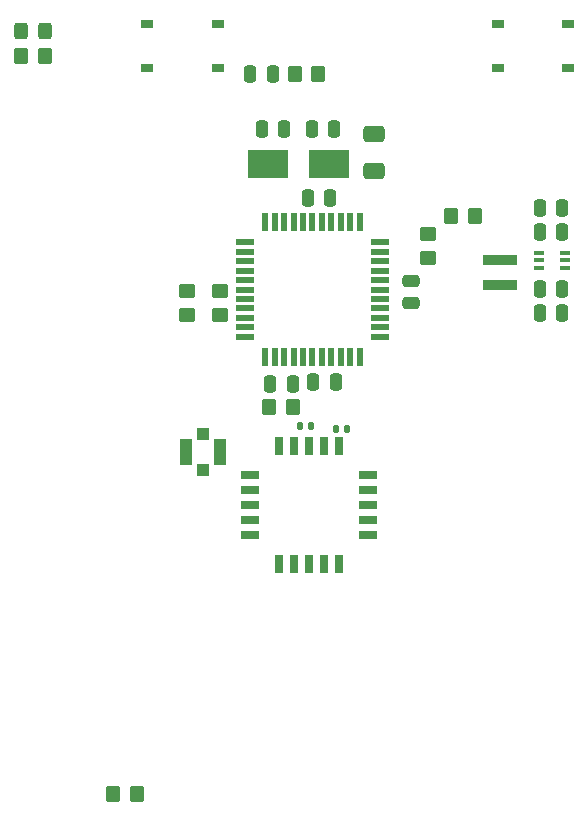
<source format=gbr>
%TF.GenerationSoftware,KiCad,Pcbnew,6.0.11-2627ca5db0~126~ubuntu22.04.1*%
%TF.CreationDate,2024-01-08T15:19:57+01:00*%
%TF.ProjectId,HB-UNI-SEN-BATT_ATMega1284P_E07-900MM10S_FUEL4EP,48422d55-4e49-42d5-9345-4e2d42415454,1.4*%
%TF.SameCoordinates,Original*%
%TF.FileFunction,Paste,Top*%
%TF.FilePolarity,Positive*%
%FSLAX46Y46*%
G04 Gerber Fmt 4.6, Leading zero omitted, Abs format (unit mm)*
G04 Created by KiCad (PCBNEW 6.0.11-2627ca5db0~126~ubuntu22.04.1) date 2024-01-08 15:19:57*
%MOMM*%
%LPD*%
G01*
G04 APERTURE LIST*
G04 Aperture macros list*
%AMRoundRect*
0 Rectangle with rounded corners*
0 $1 Rounding radius*
0 $2 $3 $4 $5 $6 $7 $8 $9 X,Y pos of 4 corners*
0 Add a 4 corners polygon primitive as box body*
4,1,4,$2,$3,$4,$5,$6,$7,$8,$9,$2,$3,0*
0 Add four circle primitives for the rounded corners*
1,1,$1+$1,$2,$3*
1,1,$1+$1,$4,$5*
1,1,$1+$1,$6,$7*
1,1,$1+$1,$8,$9*
0 Add four rect primitives between the rounded corners*
20,1,$1+$1,$2,$3,$4,$5,0*
20,1,$1+$1,$4,$5,$6,$7,0*
20,1,$1+$1,$6,$7,$8,$9,0*
20,1,$1+$1,$8,$9,$2,$3,0*%
G04 Aperture macros list end*
%ADD10RoundRect,0.250000X-0.325000X-0.450000X0.325000X-0.450000X0.325000X0.450000X-0.325000X0.450000X0*%
%ADD11RoundRect,0.140000X-0.140000X-0.170000X0.140000X-0.170000X0.140000X0.170000X-0.140000X0.170000X0*%
%ADD12RoundRect,0.250000X-0.450000X0.350000X-0.450000X-0.350000X0.450000X-0.350000X0.450000X0.350000X0*%
%ADD13RoundRect,0.250000X-0.350000X-0.450000X0.350000X-0.450000X0.350000X0.450000X-0.350000X0.450000X0*%
%ADD14RoundRect,0.250000X0.350000X0.450000X-0.350000X0.450000X-0.350000X-0.450000X0.350000X-0.450000X0*%
%ADD15R,0.800000X1.500000*%
%ADD16R,1.500000X0.800000*%
%ADD17RoundRect,0.250000X0.250000X0.475000X-0.250000X0.475000X-0.250000X-0.475000X0.250000X-0.475000X0*%
%ADD18RoundRect,0.250000X-0.250000X-0.475000X0.250000X-0.475000X0.250000X0.475000X-0.250000X0.475000X0*%
%ADD19R,3.500000X2.400000*%
%ADD20RoundRect,0.250000X0.650000X-0.412500X0.650000X0.412500X-0.650000X0.412500X-0.650000X-0.412500X0*%
%ADD21R,1.000000X0.750000*%
%ADD22R,3.000000X0.900000*%
%ADD23R,0.900000X0.400000*%
%ADD24RoundRect,0.250000X0.450000X-0.350000X0.450000X0.350000X-0.450000X0.350000X-0.450000X-0.350000X0*%
%ADD25R,0.550000X1.500000*%
%ADD26R,1.500000X0.550000*%
%ADD27RoundRect,0.250000X0.475000X-0.250000X0.475000X0.250000X-0.475000X0.250000X-0.475000X-0.250000X0*%
%ADD28RoundRect,0.140000X0.140000X0.170000X-0.140000X0.170000X-0.140000X-0.170000X0.140000X-0.170000X0*%
%ADD29R,1.000000X1.000000*%
%ADD30R,1.050000X2.200000*%
G04 APERTURE END LIST*
D10*
%TO.C,D1*%
X8138500Y72799500D03*
X10188500Y72799500D03*
%TD*%
D11*
%TO.C,C1*%
X31778000Y39370000D03*
X32738000Y39370000D03*
%TD*%
D12*
%TO.C,R4*%
X22190000Y50749000D03*
X22190000Y48749000D03*
%TD*%
%TO.C,R5*%
X24984000Y50765000D03*
X24984000Y48765000D03*
%TD*%
D13*
%TO.C,R1*%
X8172500Y70704000D03*
X10172500Y70704000D03*
%TD*%
D14*
%TO.C,R3*%
X17941600Y8181900D03*
X15941600Y8181900D03*
%TD*%
D15*
%TO.C,Module1*%
X35102800Y27689800D03*
D16*
X27562800Y35229800D03*
D15*
X35102800Y37689800D03*
D16*
X37562800Y35229800D03*
D15*
X33832800Y27689800D03*
D16*
X27562800Y33959800D03*
D15*
X33832800Y37689800D03*
D16*
X37562800Y33959800D03*
D15*
X32562800Y27689800D03*
D16*
X27562800Y32689800D03*
D15*
X32562800Y37689800D03*
D16*
X37562800Y32689800D03*
D15*
X31292800Y27689800D03*
D16*
X27562800Y31419800D03*
D15*
X31292800Y37689800D03*
D16*
X37562800Y31419800D03*
D15*
X30022800Y27689800D03*
D16*
X27562800Y30149800D03*
D15*
X30022800Y37689800D03*
D16*
X37562800Y30149800D03*
%TD*%
D17*
%TO.C,C2*%
X31168900Y42950000D03*
X29268900Y42950000D03*
%TD*%
%TO.C,C4*%
X34316000Y58639000D03*
X32416000Y58639000D03*
%TD*%
D18*
%TO.C,C6*%
X28542500Y64481000D03*
X30442500Y64481000D03*
%TD*%
D17*
%TO.C,C8*%
X34801100Y43106900D03*
X32901100Y43106900D03*
%TD*%
D14*
%TO.C,R2*%
X33315200Y69129200D03*
X31315200Y69129200D03*
%TD*%
%TO.C,R6*%
X31143500Y41000000D03*
X29143500Y41000000D03*
%TD*%
D19*
%TO.C,Y1*%
X29051500Y61560000D03*
X34251500Y61560000D03*
%TD*%
D20*
%TO.C,C5*%
X38065000Y60962300D03*
X38065000Y64087300D03*
%TD*%
D21*
%TO.C,SW2*%
X48500000Y73375000D03*
X54500000Y73375000D03*
X48500000Y69625000D03*
X54500000Y69625000D03*
%TD*%
%TO.C,SW1*%
X24800000Y69625000D03*
X18800000Y69625000D03*
X24800000Y73375000D03*
X18800000Y73375000D03*
%TD*%
D18*
%TO.C,C11*%
X52080680Y48946360D03*
X53980680Y48946360D03*
%TD*%
%TO.C,C12*%
X52101000Y55789120D03*
X54001000Y55789120D03*
%TD*%
%TO.C,C13*%
X52101000Y57795720D03*
X54001000Y57795720D03*
%TD*%
D22*
%TO.C,L1*%
X48733000Y51316000D03*
X48733000Y53416000D03*
%TD*%
D23*
%TO.C,U2*%
X54214500Y52718500D03*
X54214500Y53368500D03*
X54214500Y54018500D03*
X52014500Y54018500D03*
X52014500Y53368500D03*
X52014500Y52718500D03*
%TD*%
D14*
%TO.C,R8*%
X46558000Y57115000D03*
X44558000Y57115000D03*
%TD*%
D24*
%TO.C,R7*%
X42616680Y53615640D03*
X42616680Y55615640D03*
%TD*%
D18*
%TO.C,C10*%
X52080680Y50942800D03*
X53980680Y50942800D03*
%TD*%
D17*
%TO.C,C9*%
X29474800Y69129200D03*
X27574800Y69129200D03*
%TD*%
%TO.C,C7*%
X34697000Y64481000D03*
X32797000Y64481000D03*
%TD*%
D25*
%TO.C,U1*%
X36832600Y56604700D03*
X36032600Y56604700D03*
X35232600Y56604700D03*
X34432600Y56604700D03*
X33632600Y56604700D03*
X32832600Y56604700D03*
X32032600Y56604700D03*
X31232600Y56604700D03*
X30432600Y56604700D03*
X29632600Y56604700D03*
X28832600Y56604700D03*
D26*
X27132600Y54904700D03*
X27132600Y54104700D03*
X27132600Y53304700D03*
X27132600Y52504700D03*
X27132600Y51704700D03*
X27132600Y50904700D03*
X27132600Y50104700D03*
X27132600Y49304700D03*
X27132600Y48504700D03*
X27132600Y47704700D03*
X27132600Y46904700D03*
D25*
X28832600Y45204700D03*
X29632600Y45204700D03*
X30432600Y45204700D03*
X31232600Y45204700D03*
X32032600Y45204700D03*
X32832600Y45204700D03*
X33632600Y45204700D03*
X34432600Y45204700D03*
X35232600Y45204700D03*
X36032600Y45204700D03*
X36832600Y45204700D03*
D26*
X38532600Y46904700D03*
X38532600Y47704700D03*
X38532600Y48504700D03*
X38532600Y49304700D03*
X38532600Y50104700D03*
X38532600Y50904700D03*
X38532600Y51704700D03*
X38532600Y52504700D03*
X38532600Y53304700D03*
X38532600Y54104700D03*
X38532600Y54904700D03*
%TD*%
D27*
%TO.C,C3*%
X41176500Y49751500D03*
X41176500Y51651500D03*
%TD*%
D28*
%TO.C,C14*%
X35786000Y39116000D03*
X34826000Y39116000D03*
%TD*%
D29*
%TO.C,J13*%
X23569600Y35660200D03*
D30*
X25044600Y37160200D03*
D29*
X23569600Y38660200D03*
D30*
X22094600Y37160200D03*
%TD*%
M02*

</source>
